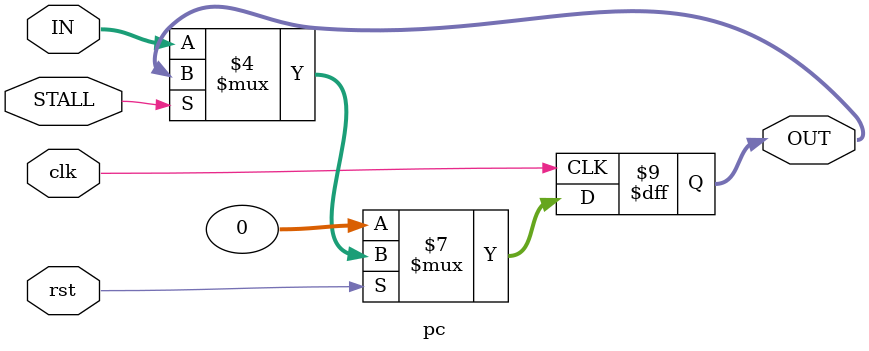
<source format=sv>
module pc #(parameter WIDTH=32)(
    input wire clk, rst,
    input wire STALL,
    input wire [WIDTH-1:0]  IN,
    output reg [WIDTH-1:0] OUT
);

always_ff @(posedge clk) begin

if(!rst) OUT<={WIDTH{1'b0}};
else begin
if(!STALL) OUT<=IN;
end

end
    
endmodule

</source>
